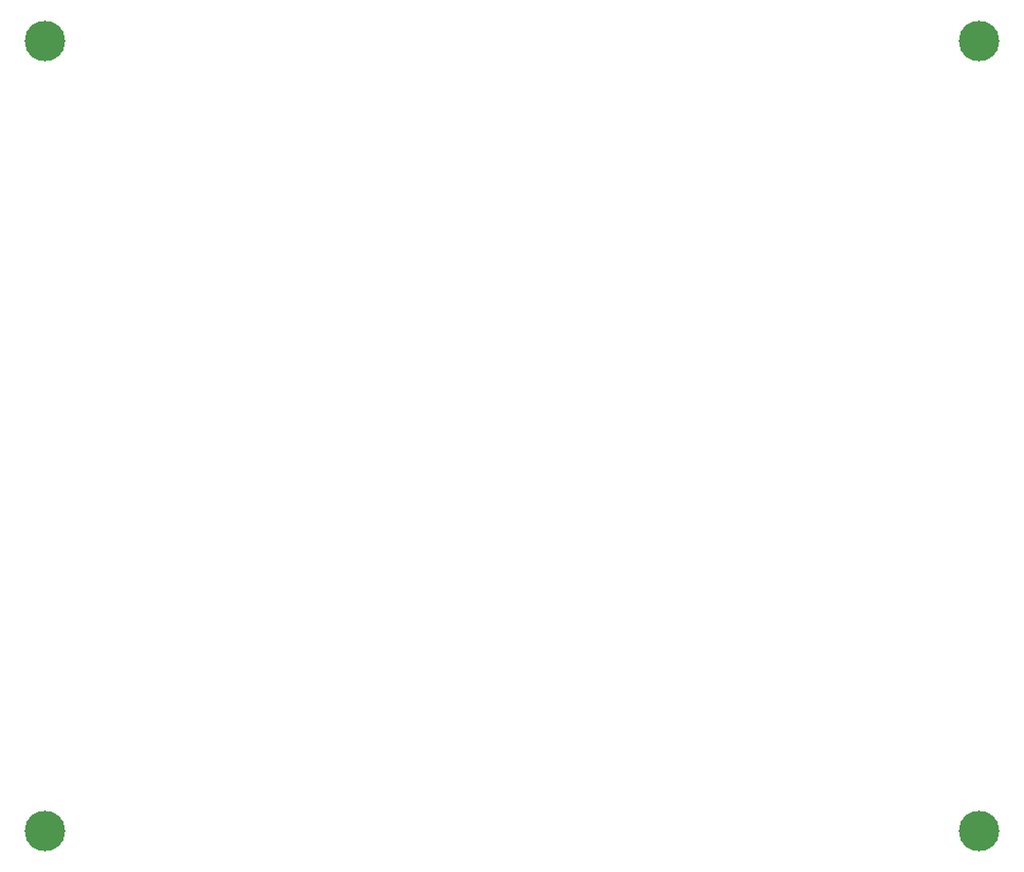
<source format=gbl>
G04 #@! TF.GenerationSoftware,KiCad,Pcbnew,(5.1.8)-1*
G04 #@! TF.CreationDate,2021-11-20T01:16:09+01:00*
G04 #@! TF.ProjectId,Greaseweazle FA1,47726561-7365-4776-9561-7a6c65204641,rev?*
G04 #@! TF.SameCoordinates,Original*
G04 #@! TF.FileFunction,Copper,L2,Bot*
G04 #@! TF.FilePolarity,Positive*
%FSLAX46Y46*%
G04 Gerber Fmt 4.6, Leading zero omitted, Abs format (unit mm)*
G04 Created by KiCad (PCBNEW (5.1.8)-1) date 2021-11-20 01:16:09*
%MOMM*%
%LPD*%
G01*
G04 APERTURE LIST*
G04 #@! TA.AperFunction,ComponentPad*
%ADD10C,3.500000*%
G04 #@! TD*
G04 APERTURE END LIST*
D10*
X112500000Y-132000000D03*
X193500000Y-132000000D03*
X193500000Y-63500000D03*
X112500000Y-63500000D03*
M02*

</source>
